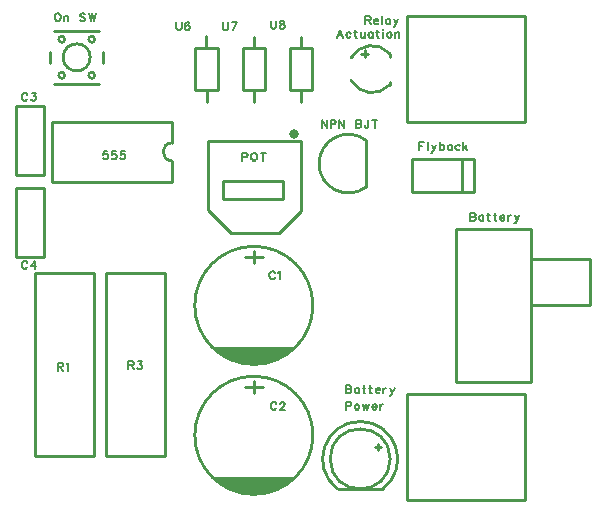
<source format=gto>
G04 Layer: TopSilkscreenLayer*
G04 EasyEDA Pro v2.2.35.2, 2025-01-10 12:29:17*
G04 Gerber Generator version 0.3*
G04 Scale: 100 percent, Rotated: No, Reflected: No*
G04 Dimensions in millimeters*
G04 Leading zeros omitted, absolute positions, 4 integers and 5 decimals*
%FSLAX45Y45*%
%MOMM*%
%ADD10C,0.1524*%
%ADD11C,0.254*%
%ADD12C,0.4*%
G75*


G04 Text Start*
G54D10*
G01X2606802Y2517140D02*
G01X2603754Y2523490D01*
G01X2597404Y2529586D01*
G01X2591308Y2532634D01*
G01X2578862Y2532634D01*
G01X2572766Y2529586D01*
G01X2566416Y2523490D01*
G01X2563368Y2517140D01*
G01X2560320Y2507996D01*
G01X2560320Y2492502D01*
G01X2563368Y2483104D01*
G01X2566416Y2477008D01*
G01X2572766Y2470658D01*
G01X2578862Y2467610D01*
G01X2591308Y2467610D01*
G01X2597404Y2470658D01*
G01X2603754Y2477008D01*
G01X2606802Y2483104D01*
G01X2637028Y2520188D02*
G01X2643124Y2523490D01*
G01X2652268Y2532634D01*
G01X2652268Y2467610D01*
G01X2619502Y1412240D02*
G01X2616454Y1418590D01*
G01X2610104Y1424686D01*
G01X2604008Y1427734D01*
G01X2591562Y1427734D01*
G01X2585466Y1424686D01*
G01X2579116Y1418590D01*
G01X2576068Y1412240D01*
G01X2573020Y1403096D01*
G01X2573020Y1387602D01*
G01X2576068Y1378204D01*
G01X2579116Y1372108D01*
G01X2585466Y1365758D01*
G01X2591562Y1362710D01*
G01X2604008Y1362710D01*
G01X2610104Y1365758D01*
G01X2616454Y1372108D01*
G01X2619502Y1378204D01*
G01X2652776Y1412240D02*
G01X2652776Y1415288D01*
G01X2655824Y1421638D01*
G01X2658872Y1424686D01*
G01X2664968Y1427734D01*
G01X2677414Y1427734D01*
G01X2683764Y1424686D01*
G01X2686812Y1421638D01*
G01X2689860Y1415288D01*
G01X2689860Y1409192D01*
G01X2686812Y1403096D01*
G01X2680462Y1393698D01*
G01X2649728Y1362710D01*
G01X2692908Y1362710D01*
G01X511302Y4028440D02*
G01X508254Y4034790D01*
G01X501904Y4040886D01*
G01X495808Y4043934D01*
G01X483362Y4043934D01*
G01X477266Y4040886D01*
G01X470916Y4034790D01*
G01X467868Y4028440D01*
G01X464820Y4019296D01*
G01X464820Y4003802D01*
G01X467868Y3994404D01*
G01X470916Y3988308D01*
G01X477266Y3981958D01*
G01X483362Y3978910D01*
G01X495808Y3978910D01*
G01X501904Y3981958D01*
G01X508254Y3988308D01*
G01X511302Y3994404D01*
G01X547624Y4043934D02*
G01X581660Y4043934D01*
G01X563118Y4019296D01*
G01X572262Y4019296D01*
G01X578612Y4016248D01*
G01X581660Y4012946D01*
G01X584708Y4003802D01*
G01X584708Y3997452D01*
G01X581660Y3988308D01*
G01X575564Y3981958D01*
G01X566166Y3978910D01*
G01X556768Y3978910D01*
G01X547624Y3981958D01*
G01X544576Y3985260D01*
G01X541528Y3991356D01*
G01X511302Y2606040D02*
G01X508254Y2612390D01*
G01X501904Y2618486D01*
G01X495808Y2621534D01*
G01X483362Y2621534D01*
G01X477266Y2618486D01*
G01X470916Y2612390D01*
G01X467868Y2606040D01*
G01X464820Y2596896D01*
G01X464820Y2581402D01*
G01X467868Y2572004D01*
G01X470916Y2565908D01*
G01X477266Y2559558D01*
G01X483362Y2556510D01*
G01X495808Y2556510D01*
G01X501904Y2559558D01*
G01X508254Y2565908D01*
G01X511302Y2572004D01*
G01X572262Y2621534D02*
G01X541528Y2578354D01*
G01X587756Y2578354D01*
G01X572262Y2621534D02*
G01X572262Y2556510D01*
G01X3830320Y3624834D02*
G01X3830320Y3559810D01*
G01X3830320Y3624834D02*
G01X3870452Y3624834D01*
G01X3830320Y3593846D02*
G01X3855212Y3593846D01*
G01X3900678Y3624834D02*
G01X3900678Y3559810D01*
G01X3933952Y3603244D02*
G01X3952494Y3559810D01*
G01X3971036Y3603244D02*
G01X3952494Y3559810D01*
G01X3946144Y3547618D01*
G01X3940048Y3541268D01*
G01X3933952Y3538220D01*
G01X3930904Y3538220D01*
G01X4001262Y3624834D02*
G01X4001262Y3559810D01*
G01X4001262Y3593846D02*
G01X4007358Y3600196D01*
G01X4013454Y3603244D01*
G01X4022852Y3603244D01*
G01X4028948Y3600196D01*
G01X4035298Y3593846D01*
G01X4038346Y3584702D01*
G01X4038346Y3578352D01*
G01X4035298Y3569208D01*
G01X4028948Y3562858D01*
G01X4022852Y3559810D01*
G01X4013454Y3559810D01*
G01X4007358Y3562858D01*
G01X4001262Y3569208D01*
G01X4105656Y3603244D02*
G01X4105656Y3559810D01*
G01X4105656Y3593846D02*
G01X4099306Y3600196D01*
G01X4093210Y3603244D01*
G01X4083812Y3603244D01*
G01X4077716Y3600196D01*
G01X4071620Y3593846D01*
G01X4068572Y3584702D01*
G01X4068572Y3578352D01*
G01X4071620Y3569208D01*
G01X4077716Y3562858D01*
G01X4083812Y3559810D01*
G01X4093210Y3559810D01*
G01X4099306Y3562858D01*
G01X4105656Y3569208D01*
G01X4172966Y3593846D02*
G01X4166616Y3600196D01*
G01X4160520Y3603244D01*
G01X4151122Y3603244D01*
G01X4145026Y3600196D01*
G01X4138930Y3593846D01*
G01X4135882Y3584702D01*
G01X4135882Y3578352D01*
G01X4138930Y3569208D01*
G01X4145026Y3562858D01*
G01X4151122Y3559810D01*
G01X4160520Y3559810D01*
G01X4166616Y3562858D01*
G01X4172966Y3569208D01*
G01X4203192Y3624834D02*
G01X4203192Y3559810D01*
G01X4233926Y3603244D02*
G01X4203192Y3572256D01*
G01X4215384Y3584702D02*
G01X4237228Y3559810D01*
G01X3208020Y1427734D02*
G01X3208020Y1362710D01*
G01X3208020Y1427734D02*
G01X3235960Y1427734D01*
G01X3245104Y1424686D01*
G01X3248152Y1421638D01*
G01X3251454Y1415288D01*
G01X3251454Y1406144D01*
G01X3248152Y1400048D01*
G01X3245104Y1396746D01*
G01X3235960Y1393698D01*
G01X3208020Y1393698D01*
G01X3296920Y1406144D02*
G01X3290824Y1403096D01*
G01X3284728Y1396746D01*
G01X3281680Y1387602D01*
G01X3281680Y1381252D01*
G01X3284728Y1372108D01*
G01X3290824Y1365758D01*
G01X3296920Y1362710D01*
G01X3306318Y1362710D01*
G01X3312414Y1365758D01*
G01X3318764Y1372108D01*
G01X3321812Y1381252D01*
G01X3321812Y1387602D01*
G01X3318764Y1396746D01*
G01X3312414Y1403096D01*
G01X3306318Y1406144D01*
G01X3296920Y1406144D01*
G01X3352038Y1406144D02*
G01X3364230Y1362710D01*
G01X3376676Y1406144D02*
G01X3364230Y1362710D01*
G01X3376676Y1406144D02*
G01X3389122Y1362710D01*
G01X3401568Y1406144D02*
G01X3389122Y1362710D01*
G01X3431794Y1387602D02*
G01X3468878Y1387602D01*
G01X3468878Y1393698D01*
G01X3465830Y1400048D01*
G01X3462528Y1403096D01*
G01X3456432Y1406144D01*
G01X3447034Y1406144D01*
G01X3440938Y1403096D01*
G01X3434842Y1396746D01*
G01X3431794Y1387602D01*
G01X3431794Y1381252D01*
G01X3434842Y1372108D01*
G01X3440938Y1365758D01*
G01X3447034Y1362710D01*
G01X3456432Y1362710D01*
G01X3462528Y1365758D01*
G01X3468878Y1372108D01*
G01X3499104Y1406144D02*
G01X3499104Y1362710D01*
G01X3499104Y1387602D02*
G01X3502152Y1396746D01*
G01X3508248Y1403096D01*
G01X3514344Y1406144D01*
G01X3523742Y1406144D01*
G01X3156712Y4577334D02*
G01X3131820Y4512310D01*
G01X3156712Y4577334D02*
G01X3181350Y4512310D01*
G01X3141218Y4534154D02*
G01X3171952Y4534154D01*
G01X3248660Y4546346D02*
G01X3242310Y4552696D01*
G01X3236214Y4555744D01*
G01X3226816Y4555744D01*
G01X3220720Y4552696D01*
G01X3214624Y4546346D01*
G01X3211576Y4537202D01*
G01X3211576Y4530852D01*
G01X3214624Y4521708D01*
G01X3220720Y4515358D01*
G01X3226816Y4512310D01*
G01X3236214Y4512310D01*
G01X3242310Y4515358D01*
G01X3248660Y4521708D01*
G01X3288030Y4577334D02*
G01X3288030Y4524756D01*
G01X3291078Y4515358D01*
G01X3297428Y4512310D01*
G01X3303524Y4512310D01*
G01X3278886Y4555744D02*
G01X3300476Y4555744D01*
G01X3333750Y4555744D02*
G01X3333750Y4524756D01*
G01X3336798Y4515358D01*
G01X3342894Y4512310D01*
G01X3352292Y4512310D01*
G01X3358388Y4515358D01*
G01X3367786Y4524756D01*
G01X3367786Y4555744D02*
G01X3367786Y4512310D01*
G01X3435096Y4555744D02*
G01X3435096Y4512310D01*
G01X3435096Y4546346D02*
G01X3428746Y4552696D01*
G01X3422650Y4555744D01*
G01X3413252Y4555744D01*
G01X3407156Y4552696D01*
G01X3401060Y4546346D01*
G01X3398012Y4537202D01*
G01X3398012Y4530852D01*
G01X3401060Y4521708D01*
G01X3407156Y4515358D01*
G01X3413252Y4512310D01*
G01X3422650Y4512310D01*
G01X3428746Y4515358D01*
G01X3435096Y4521708D01*
G01X3474466Y4577334D02*
G01X3474466Y4524756D01*
G01X3477514Y4515358D01*
G01X3483864Y4512310D01*
G01X3489960Y4512310D01*
G01X3465322Y4555744D02*
G01X3486912Y4555744D01*
G01X3520186Y4577334D02*
G01X3523234Y4574286D01*
G01X3526282Y4577334D01*
G01X3523234Y4580382D01*
G01X3520186Y4577334D01*
G01X3523234Y4555744D02*
G01X3523234Y4512310D01*
G01X3571748Y4555744D02*
G01X3565652Y4552696D01*
G01X3559556Y4546346D01*
G01X3556508Y4537202D01*
G01X3556508Y4530852D01*
G01X3559556Y4521708D01*
G01X3565652Y4515358D01*
G01X3571748Y4512310D01*
G01X3581146Y4512310D01*
G01X3587242Y4515358D01*
G01X3593592Y4521708D01*
G01X3596640Y4530852D01*
G01X3596640Y4537202D01*
G01X3593592Y4546346D01*
G01X3587242Y4552696D01*
G01X3581146Y4555744D01*
G01X3571748Y4555744D01*
G01X3626866Y4555744D02*
G01X3626866Y4512310D01*
G01X3626866Y4543298D02*
G01X3636010Y4552696D01*
G01X3642106Y4555744D01*
G01X3651504Y4555744D01*
G01X3657600Y4552696D01*
G01X3660902Y4543298D01*
G01X3660902Y4512310D01*
G01X3004820Y3815334D02*
G01X3004820Y3750310D01*
G01X3004820Y3815334D02*
G01X3048254Y3750310D01*
G01X3048254Y3815334D02*
G01X3048254Y3750310D01*
G01X3078480Y3815334D02*
G01X3078480Y3750310D01*
G01X3078480Y3815334D02*
G01X3106166Y3815334D01*
G01X3115564Y3812286D01*
G01X3118612Y3809238D01*
G01X3121660Y3802888D01*
G01X3121660Y3793744D01*
G01X3118612Y3787648D01*
G01X3115564Y3784346D01*
G01X3106166Y3781298D01*
G01X3078480Y3781298D01*
G01X3151886Y3815334D02*
G01X3151886Y3750310D01*
G01X3151886Y3815334D02*
G01X3195066Y3750310D01*
G01X3195066Y3815334D02*
G01X3195066Y3750310D01*
G01X3294634Y3815334D02*
G01X3294634Y3750310D01*
G01X3294634Y3815334D02*
G01X3322320Y3815334D01*
G01X3331718Y3812286D01*
G01X3334766Y3809238D01*
G01X3337814Y3802888D01*
G01X3337814Y3796792D01*
G01X3334766Y3790696D01*
G01X3331718Y3787648D01*
G01X3322320Y3784346D01*
G01X3294634Y3784346D02*
G01X3322320Y3784346D01*
G01X3331718Y3781298D01*
G01X3334766Y3778250D01*
G01X3337814Y3772154D01*
G01X3337814Y3762756D01*
G01X3334766Y3756660D01*
G01X3331718Y3753358D01*
G01X3322320Y3750310D01*
G01X3294634Y3750310D01*
G01X3398774Y3815334D02*
G01X3398774Y3765804D01*
G01X3395726Y3756660D01*
G01X3392678Y3753358D01*
G01X3386582Y3750310D01*
G01X3380232Y3750310D01*
G01X3374136Y3753358D01*
G01X3371088Y3756660D01*
G01X3368040Y3765804D01*
G01X3368040Y3772154D01*
G01X3450590Y3815334D02*
G01X3450590Y3750310D01*
G01X3429000Y3815334D02*
G01X3472180Y3815334D01*
G01X769620Y1757934D02*
G01X769620Y1692910D01*
G01X769620Y1757934D02*
G01X797560Y1757934D01*
G01X806704Y1754886D01*
G01X809752Y1751838D01*
G01X813054Y1745488D01*
G01X813054Y1739392D01*
G01X809752Y1733296D01*
G01X806704Y1730248D01*
G01X797560Y1726946D01*
G01X769620Y1726946D01*
G01X791210Y1726946D02*
G01X813054Y1692910D01*
G01X843280Y1745488D02*
G01X849376Y1748790D01*
G01X858520Y1757934D01*
G01X858520Y1692910D01*
G01X1366520Y1770634D02*
G01X1366520Y1705610D01*
G01X1366520Y1770634D02*
G01X1394460Y1770634D01*
G01X1403604Y1767586D01*
G01X1406652Y1764538D01*
G01X1409954Y1758188D01*
G01X1409954Y1752092D01*
G01X1406652Y1745996D01*
G01X1403604Y1742948D01*
G01X1394460Y1739646D01*
G01X1366520Y1739646D01*
G01X1388110Y1739646D02*
G01X1409954Y1705610D01*
G01X1446276Y1770634D02*
G01X1480312Y1770634D01*
G01X1461770Y1745996D01*
G01X1470914Y1745996D01*
G01X1477264Y1742948D01*
G01X1480312Y1739646D01*
G01X1483360Y1730502D01*
G01X1483360Y1724152D01*
G01X1480312Y1715008D01*
G01X1474216Y1708658D01*
G01X1464818Y1705610D01*
G01X1455420Y1705610D01*
G01X1446276Y1708658D01*
G01X1443228Y1711960D01*
G01X1440180Y1718056D01*
G01X4262120Y3027934D02*
G01X4262120Y2962910D01*
G01X4262120Y3027934D02*
G01X4290060Y3027934D01*
G01X4299204Y3024886D01*
G01X4302252Y3021838D01*
G01X4305554Y3015488D01*
G01X4305554Y3009392D01*
G01X4302252Y3003296D01*
G01X4299204Y3000248D01*
G01X4290060Y2996946D01*
G01X4262120Y2996946D02*
G01X4290060Y2996946D01*
G01X4299204Y2993898D01*
G01X4302252Y2990850D01*
G01X4305554Y2984754D01*
G01X4305554Y2975356D01*
G01X4302252Y2969260D01*
G01X4299204Y2965958D01*
G01X4290060Y2962910D01*
G01X4262120Y2962910D01*
G01X4372864Y3006344D02*
G01X4372864Y2962910D01*
G01X4372864Y2996946D02*
G01X4366514Y3003296D01*
G01X4360418Y3006344D01*
G01X4351020Y3006344D01*
G01X4344924Y3003296D01*
G01X4338828Y2996946D01*
G01X4335780Y2987802D01*
G01X4335780Y2981452D01*
G01X4338828Y2972308D01*
G01X4344924Y2965958D01*
G01X4351020Y2962910D01*
G01X4360418Y2962910D01*
G01X4366514Y2965958D01*
G01X4372864Y2972308D01*
G01X4412234Y3027934D02*
G01X4412234Y2975356D01*
G01X4415282Y2965958D01*
G01X4421632Y2962910D01*
G01X4427728Y2962910D01*
G01X4403090Y3006344D02*
G01X4424680Y3006344D01*
G01X4467098Y3027934D02*
G01X4467098Y2975356D01*
G01X4470146Y2965958D01*
G01X4476496Y2962910D01*
G01X4482592Y2962910D01*
G01X4457954Y3006344D02*
G01X4479544Y3006344D01*
G01X4512818Y2987802D02*
G01X4549902Y2987802D01*
G01X4549902Y2993898D01*
G01X4546854Y3000248D01*
G01X4543552Y3003296D01*
G01X4537456Y3006344D01*
G01X4528058Y3006344D01*
G01X4521962Y3003296D01*
G01X4515866Y2996946D01*
G01X4512818Y2987802D01*
G01X4512818Y2981452D01*
G01X4515866Y2972308D01*
G01X4521962Y2965958D01*
G01X4528058Y2962910D01*
G01X4537456Y2962910D01*
G01X4543552Y2965958D01*
G01X4549902Y2972308D01*
G01X4580128Y3006344D02*
G01X4580128Y2962910D01*
G01X4580128Y2987802D02*
G01X4583176Y2996946D01*
G01X4589272Y3003296D01*
G01X4595368Y3006344D01*
G01X4604766Y3006344D01*
G01X4638040Y3006344D02*
G01X4656582Y2962910D01*
G01X4675124Y3006344D02*
G01X4656582Y2962910D01*
G01X4650232Y2950718D01*
G01X4644136Y2944368D01*
G01X4638040Y2941320D01*
G01X4634992Y2941320D01*
G01X762762Y4717034D02*
G01X756666Y4713986D01*
G01X750316Y4707890D01*
G01X747268Y4701540D01*
G01X744220Y4692396D01*
G01X744220Y4676902D01*
G01X747268Y4667504D01*
G01X750316Y4661408D01*
G01X756666Y4655058D01*
G01X762762Y4652010D01*
G01X775208Y4652010D01*
G01X781304Y4655058D01*
G01X787654Y4661408D01*
G01X790702Y4667504D01*
G01X793750Y4676902D01*
G01X793750Y4692396D01*
G01X790702Y4701540D01*
G01X787654Y4707890D01*
G01X781304Y4713986D01*
G01X775208Y4717034D01*
G01X762762Y4717034D01*
G01X823976Y4695444D02*
G01X823976Y4652010D01*
G01X823976Y4682998D02*
G01X833120Y4692396D01*
G01X839216Y4695444D01*
G01X848614Y4695444D01*
G01X854710Y4692396D01*
G01X858012Y4682998D01*
G01X858012Y4652010D01*
G01X1000760Y4707890D02*
G01X994664Y4713986D01*
G01X985266Y4717034D01*
G01X972820Y4717034D01*
G01X963676Y4713986D01*
G01X957580Y4707890D01*
G01X957580Y4701540D01*
G01X960628Y4695444D01*
G01X963676Y4692396D01*
G01X969772Y4689348D01*
G01X988314Y4682998D01*
G01X994664Y4679950D01*
G01X997712Y4676902D01*
G01X1000760Y4670552D01*
G01X1000760Y4661408D01*
G01X994664Y4655058D01*
G01X985266Y4652010D01*
G01X972820Y4652010D01*
G01X963676Y4655058D01*
G01X957580Y4661408D01*
G01X1030986Y4717034D02*
G01X1046226Y4652010D01*
G01X1061720Y4717034D02*
G01X1046226Y4652010D01*
G01X1061720Y4717034D02*
G01X1077214Y4652010D01*
G01X1092708Y4717034D02*
G01X1077214Y4652010D01*
G01X1187704Y3548634D02*
G01X1156716Y3548634D01*
G01X1153668Y3520948D01*
G01X1156716Y3523996D01*
G01X1166114Y3527044D01*
G01X1175512Y3527044D01*
G01X1184656Y3523996D01*
G01X1190752Y3517646D01*
G01X1194054Y3508502D01*
G01X1194054Y3502152D01*
G01X1190752Y3493008D01*
G01X1184656Y3486658D01*
G01X1175512Y3483610D01*
G01X1166114Y3483610D01*
G01X1156716Y3486658D01*
G01X1153668Y3489960D01*
G01X1150620Y3496056D01*
G01X1261364Y3548634D02*
G01X1230376Y3548634D01*
G01X1227328Y3520948D01*
G01X1230376Y3523996D01*
G01X1239520Y3527044D01*
G01X1248918Y3527044D01*
G01X1258316Y3523996D01*
G01X1264412Y3517646D01*
G01X1267460Y3508502D01*
G01X1267460Y3502152D01*
G01X1264412Y3493008D01*
G01X1258316Y3486658D01*
G01X1248918Y3483610D01*
G01X1239520Y3483610D01*
G01X1230376Y3486658D01*
G01X1227328Y3489960D01*
G01X1224280Y3496056D01*
G01X1334770Y3548634D02*
G01X1303782Y3548634D01*
G01X1300734Y3520948D01*
G01X1303782Y3523996D01*
G01X1312926Y3527044D01*
G01X1322324Y3527044D01*
G01X1331722Y3523996D01*
G01X1337818Y3517646D01*
G01X1340866Y3508502D01*
G01X1340866Y3502152D01*
G01X1337818Y3493008D01*
G01X1331722Y3486658D01*
G01X1322324Y3483610D01*
G01X1312926Y3483610D01*
G01X1303782Y3486658D01*
G01X1300734Y3489960D01*
G01X1297686Y3496056D01*
G01X3208020Y1567434D02*
G01X3208020Y1502410D01*
G01X3208020Y1567434D02*
G01X3235960Y1567434D01*
G01X3245104Y1564386D01*
G01X3248152Y1561338D01*
G01X3251454Y1554988D01*
G01X3251454Y1548892D01*
G01X3248152Y1542796D01*
G01X3245104Y1539748D01*
G01X3235960Y1536446D01*
G01X3208020Y1536446D02*
G01X3235960Y1536446D01*
G01X3245104Y1533398D01*
G01X3248152Y1530350D01*
G01X3251454Y1524254D01*
G01X3251454Y1514856D01*
G01X3248152Y1508760D01*
G01X3245104Y1505458D01*
G01X3235960Y1502410D01*
G01X3208020Y1502410D01*
G01X3318764Y1545844D02*
G01X3318764Y1502410D01*
G01X3318764Y1536446D02*
G01X3312414Y1542796D01*
G01X3306318Y1545844D01*
G01X3296920Y1545844D01*
G01X3290824Y1542796D01*
G01X3284728Y1536446D01*
G01X3281680Y1527302D01*
G01X3281680Y1520952D01*
G01X3284728Y1511808D01*
G01X3290824Y1505458D01*
G01X3296920Y1502410D01*
G01X3306318Y1502410D01*
G01X3312414Y1505458D01*
G01X3318764Y1511808D01*
G01X3358134Y1567434D02*
G01X3358134Y1514856D01*
G01X3361182Y1505458D01*
G01X3367532Y1502410D01*
G01X3373628Y1502410D01*
G01X3348990Y1545844D02*
G01X3370580Y1545844D01*
G01X3412998Y1567434D02*
G01X3412998Y1514856D01*
G01X3416046Y1505458D01*
G01X3422396Y1502410D01*
G01X3428492Y1502410D01*
G01X3403854Y1545844D02*
G01X3425444Y1545844D01*
G01X3458718Y1527302D02*
G01X3495802Y1527302D01*
G01X3495802Y1533398D01*
G01X3492754Y1539748D01*
G01X3489452Y1542796D01*
G01X3483356Y1545844D01*
G01X3473958Y1545844D01*
G01X3467862Y1542796D01*
G01X3461766Y1536446D01*
G01X3458718Y1527302D01*
G01X3458718Y1520952D01*
G01X3461766Y1511808D01*
G01X3467862Y1505458D01*
G01X3473958Y1502410D01*
G01X3483356Y1502410D01*
G01X3489452Y1505458D01*
G01X3495802Y1511808D01*
G01X3526028Y1545844D02*
G01X3526028Y1502410D01*
G01X3526028Y1527302D02*
G01X3529076Y1536446D01*
G01X3535172Y1542796D01*
G01X3541268Y1545844D01*
G01X3550666Y1545844D01*
G01X3583940Y1545844D02*
G01X3602482Y1502410D01*
G01X3621024Y1545844D02*
G01X3602482Y1502410D01*
G01X3596132Y1490218D01*
G01X3590036Y1483868D01*
G01X3583940Y1480820D01*
G01X3580892Y1480820D01*
G01X3373120Y4691634D02*
G01X3373120Y4626610D01*
G01X3373120Y4691634D02*
G01X3401060Y4691634D01*
G01X3410204Y4688586D01*
G01X3413252Y4685538D01*
G01X3416554Y4679188D01*
G01X3416554Y4673092D01*
G01X3413252Y4666996D01*
G01X3410204Y4663948D01*
G01X3401060Y4660646D01*
G01X3373120Y4660646D01*
G01X3394710Y4660646D02*
G01X3416554Y4626610D01*
G01X3446780Y4651502D02*
G01X3483864Y4651502D01*
G01X3483864Y4657598D01*
G01X3480816Y4663948D01*
G01X3477514Y4666996D01*
G01X3471418Y4670044D01*
G01X3462020Y4670044D01*
G01X3455924Y4666996D01*
G01X3449828Y4660646D01*
G01X3446780Y4651502D01*
G01X3446780Y4645152D01*
G01X3449828Y4636008D01*
G01X3455924Y4629658D01*
G01X3462020Y4626610D01*
G01X3471418Y4626610D01*
G01X3477514Y4629658D01*
G01X3483864Y4636008D01*
G01X3514090Y4691634D02*
G01X3514090Y4626610D01*
G01X3581400Y4670044D02*
G01X3581400Y4626610D01*
G01X3581400Y4660646D02*
G01X3575050Y4666996D01*
G01X3568954Y4670044D01*
G01X3559556Y4670044D01*
G01X3553460Y4666996D01*
G01X3547364Y4660646D01*
G01X3544316Y4651502D01*
G01X3544316Y4645152D01*
G01X3547364Y4636008D01*
G01X3553460Y4629658D01*
G01X3559556Y4626610D01*
G01X3568954Y4626610D01*
G01X3575050Y4629658D01*
G01X3581400Y4636008D01*
G01X3614674Y4670044D02*
G01X3633216Y4626610D01*
G01X3651758Y4670044D02*
G01X3633216Y4626610D01*
G01X3626866Y4614418D01*
G01X3620770Y4608068D01*
G01X3614674Y4605020D01*
G01X3611626Y4605020D01*
G01X2331720Y3535934D02*
G01X2331720Y3470910D01*
G01X2331720Y3535934D02*
G01X2359660Y3535934D01*
G01X2368804Y3532886D01*
G01X2371852Y3529838D01*
G01X2375154Y3523488D01*
G01X2375154Y3514344D01*
G01X2371852Y3508248D01*
G01X2368804Y3504946D01*
G01X2359660Y3501898D01*
G01X2331720Y3501898D01*
G01X2423922Y3535934D02*
G01X2417572Y3532886D01*
G01X2411476Y3526790D01*
G01X2408428Y3520440D01*
G01X2405380Y3511296D01*
G01X2405380Y3495802D01*
G01X2408428Y3486404D01*
G01X2411476Y3480308D01*
G01X2417572Y3473958D01*
G01X2423922Y3470910D01*
G01X2436114Y3470910D01*
G01X2442464Y3473958D01*
G01X2448560Y3480308D01*
G01X2451608Y3486404D01*
G01X2454910Y3495802D01*
G01X2454910Y3511296D01*
G01X2451608Y3520440D01*
G01X2448560Y3526790D01*
G01X2442464Y3532886D01*
G01X2436114Y3535934D01*
G01X2423922Y3535934D01*
G01X2506726Y3535934D02*
G01X2506726Y3470910D01*
G01X2485136Y3535934D02*
G01X2528316Y3535934D01*
G01X1772920Y4640834D02*
G01X1772920Y4594352D01*
G01X1775968Y4585208D01*
G01X1782318Y4578858D01*
G01X1791462Y4575810D01*
G01X1797812Y4575810D01*
G01X1806956Y4578858D01*
G01X1813052Y4585208D01*
G01X1816354Y4594352D01*
G01X1816354Y4640834D01*
G01X1883664Y4631690D02*
G01X1880616Y4637786D01*
G01X1871218Y4640834D01*
G01X1865122Y4640834D01*
G01X1855724Y4637786D01*
G01X1849628Y4628388D01*
G01X1846580Y4613148D01*
G01X1846580Y4597654D01*
G01X1849628Y4585208D01*
G01X1855724Y4578858D01*
G01X1865122Y4575810D01*
G01X1868170Y4575810D01*
G01X1877314Y4578858D01*
G01X1883664Y4585208D01*
G01X1886712Y4594352D01*
G01X1886712Y4597654D01*
G01X1883664Y4606798D01*
G01X1877314Y4613148D01*
G01X1868170Y4616196D01*
G01X1865122Y4616196D01*
G01X1855724Y4613148D01*
G01X1849628Y4606798D01*
G01X1846580Y4597654D01*
G01X2166620Y4640834D02*
G01X2166620Y4594352D01*
G01X2169668Y4585208D01*
G01X2176018Y4578858D01*
G01X2185162Y4575810D01*
G01X2191512Y4575810D01*
G01X2200656Y4578858D01*
G01X2206752Y4585208D01*
G01X2210054Y4594352D01*
G01X2210054Y4640834D01*
G01X2283460Y4640834D02*
G01X2252472Y4575810D01*
G01X2240280Y4640834D02*
G01X2283460Y4640834D01*
G01X2573020Y4653534D02*
G01X2573020Y4607052D01*
G01X2576068Y4597908D01*
G01X2582418Y4591558D01*
G01X2591562Y4588510D01*
G01X2597912Y4588510D01*
G01X2607056Y4591558D01*
G01X2613152Y4597908D01*
G01X2616454Y4607052D01*
G01X2616454Y4653534D01*
G01X2661920Y4653534D02*
G01X2652776Y4650486D01*
G01X2649728Y4644390D01*
G01X2649728Y4638040D01*
G01X2652776Y4631944D01*
G01X2658872Y4628896D01*
G01X2671318Y4625848D01*
G01X2680716Y4622546D01*
G01X2686812Y4616450D01*
G01X2689860Y4610354D01*
G01X2689860Y4600956D01*
G01X2686812Y4594860D01*
G01X2683764Y4591558D01*
G01X2674366Y4588510D01*
G01X2661920Y4588510D01*
G01X2652776Y4591558D01*
G01X2649728Y4594860D01*
G01X2646680Y4600956D01*
G01X2646680Y4610354D01*
G01X2649728Y4616450D01*
G01X2655824Y4622546D01*
G01X2665222Y4625848D01*
G01X2677414Y4628896D01*
G01X2683764Y4631944D01*
G01X2686812Y4638040D01*
G01X2686812Y4644390D01*
G01X2683764Y4650486D01*
G01X2674366Y4653534D01*
G01X2661920Y4653534D01*
G04 Text End*

G04 PolygonModel Start*
G54D11*
G01X2428600Y2701700D02*
G01X2428600Y2600100D01*
G01X2504800Y2650900D02*
G01X2352400Y2650900D01*
G36*
G01X2784200Y1888900D02*
G01X2073000Y1888900D01*
G01X2174600Y1812700D01*
G01X2327000Y1761900D01*
G01X2479400Y1736500D01*
G01X2581000Y1761900D01*
G01X2784200Y1888900D01*
G37*
G01X2428600Y1601700D02*
G01X2428600Y1500100D01*
G01X2504800Y1550900D02*
G01X2352400Y1550900D01*
G36*
G01X2784200Y788900D02*
G01X2073000Y788900D01*
G01X2174600Y712700D01*
G01X2327000Y661900D01*
G01X2479400Y636500D01*
G01X2581000Y661900D01*
G01X2784200Y788900D01*
G37*
G01X414300Y3352400D02*
G01X655600Y3352400D01*
G01X655600Y3352400D02*
G01X655600Y3936600D01*
G01X655600Y3936600D02*
G01X414300Y3936600D01*
G01X414300Y3936600D02*
G01X414300Y3352400D01*
G01X414300Y2652400D02*
G01X655600Y2652400D01*
G01X655600Y2652400D02*
G01X655600Y3236600D01*
G01X655600Y3236600D02*
G01X414300Y3236600D01*
G01X414300Y3236600D02*
G01X414300Y2652400D01*
G01X4288600Y3204500D02*
G01X3768601Y3204500D01*
G01X3768601Y3204500D02*
G01X3768601Y3484500D01*
G01X4288600Y3484500D02*
G01X3768601Y3484500D01*
G01X4288600Y3204500D02*
G01X4288600Y3484500D01*
G01X4192674Y3204500D02*
G01X4192674Y3484500D01*
G01X3138100Y690500D02*
G01X3519100Y690500D01*
G01X3481000Y1071500D02*
G01X3481000Y1020700D01*
G01X3506400Y1046100D02*
G01X3455600Y1046100D01*
G01X3138100Y690501D02*
G02X3519100Y690501I190500J254000D01*
G01X3578600Y4112209D02*
G01X3578600Y4139435D01*
G01X3578600Y4349565D02*
G01X3578600Y4376791D01*
G01X3338600Y4374500D02*
G01X3398600Y4374500D01*
G01X3368600Y4404500D02*
G01X3368600Y4344500D01*
G01X3253160Y4148478D02*
G03X3578600Y4112212I175441J96022D01*
G01X3578600Y4376788D02*
G03X3253160Y4340522I-149999J-132288D01*
G01X3378587Y3642491D02*
G01X3378587Y3246510D01*
G01X3378714Y3642620D02*
G03X3378714Y3246380I-149840J-198120D01*
G01X578601Y969503D02*
G01X1078600Y969500D01*
G01X578601Y969503D02*
G01X578601Y2519454D01*
G01X578601Y2519454D02*
G01X1078600Y2519454D01*
G01X1078600Y969500D02*
G01X1078600Y2519454D01*
G01X1178600Y969503D02*
G01X1678599Y969500D01*
G01X1178600Y969503D02*
G01X1178600Y2519454D01*
G01X1178600Y2519454D02*
G01X1678599Y2519454D01*
G01X1678599Y969500D02*
G01X1678599Y2519454D01*
G01X4786599Y2634499D02*
G01X5273596Y2634499D01*
G01X5273596Y2634499D02*
G01X5273596Y2244500D01*
G01X5273596Y2244500D02*
G01X4773597Y2244500D01*
G01X4773597Y2891999D02*
G01X4143598Y2891999D01*
G01X4143598Y2891999D02*
G01X4143598Y1597001D01*
G01X4143598Y1597001D02*
G01X4773597Y1597001D01*
G01X4773597Y1597001D02*
G01X4773597Y2890999D01*
G01X1153593Y4393225D02*
G01X1153593Y4295775D01*
G01X1118986Y4119507D02*
G01X738214Y4119507D01*
G01X1118986Y4569493D02*
G01X738214Y4569493D01*
G01X703607Y4295775D02*
G01X703607Y4393225D01*
G01X1736600Y3797563D02*
G01X720600Y3797563D01*
G01X1736600Y3291137D02*
G01X720600Y3291137D01*
G01X720600Y3797563D02*
G01X720600Y3291137D01*
G01X1736600Y3797563D02*
G01X1736600Y3620700D01*
G01X1736600Y3468300D02*
G01X1736600Y3291137D01*
G01X1736600Y3468300D02*
G02X1736600Y3620700I0J76200D01*
G01X4728599Y594501D02*
G01X4728599Y1494497D01*
G01X3728601Y594501D02*
G01X3728601Y1494497D01*
G01X4728599Y1494497D02*
G01X3728601Y1494497D01*
G01X4728599Y594501D02*
G01X3728601Y594501D01*
G01X3728601Y4694499D02*
G01X3728601Y3794503D01*
G01X4728599Y4694499D02*
G01X4728599Y3794503D01*
G01X3728601Y3794503D02*
G01X4728599Y3794503D01*
G01X3728601Y4694499D02*
G01X4728599Y4694499D01*
G01X2038545Y3504431D02*
G01X2038545Y3634428D01*
G01X2038545Y3634428D02*
G01X2828536Y3634428D01*
G01X2828536Y3634428D02*
G01X2828536Y3044462D01*
G01X2828536Y3044462D02*
G01X2638518Y2854445D01*
G01X2638518Y2854445D02*
G01X2238519Y2854445D01*
G01X2238519Y2854445D02*
G01X2038545Y3054419D01*
G01X2038545Y3054419D02*
G01X2038545Y3504431D01*
G01X2678523Y3144437D02*
G01X2168542Y3144437D01*
G01X2168542Y3144437D02*
G01X2168542Y3294449D01*
G01X2168542Y3294449D02*
G01X2678523Y3294449D01*
G01X2678523Y3294449D02*
G01X2678523Y3144437D01*
G01X2028605Y4069499D02*
G01X2028605Y3968814D01*
G01X2027663Y4419501D02*
G01X2027663Y4523900D01*
G01X2123601Y4419501D02*
G01X2123601Y4069499D01*
G01X1933599Y4069499D02*
G01X2123601Y4069499D01*
G01X1933599Y4419501D02*
G01X2123601Y4419501D01*
G01X1933599Y4419501D02*
G01X1933599Y4069499D01*
G01X2428595Y4419501D02*
G01X2428595Y4520187D01*
G01X2429537Y4069499D02*
G01X2429537Y3965100D01*
G01X2333599Y4069499D02*
G01X2333599Y4419501D01*
G01X2523601Y4419501D02*
G01X2333599Y4419501D01*
G01X2523601Y4069499D02*
G01X2333599Y4069499D01*
G01X2523601Y4069499D02*
G01X2523601Y4419501D01*
G01X2828595Y4419501D02*
G01X2828595Y4520187D01*
G01X2829537Y4069499D02*
G01X2829537Y3965100D01*
G01X2733599Y4069499D02*
G01X2733599Y4419501D01*
G01X2923601Y4419501D02*
G01X2733599Y4419501D01*
G01X2923601Y4069499D02*
G01X2733599Y4069499D01*
G01X2923601Y4069499D02*
G01X2923601Y4419501D01*

G04 Circle Start*
G01X1928601Y2244500D02*
G03X2928599Y2244500I499999J0D01*
G03X1928601Y2244500I-499999J0D01*
G01X1928601Y1144500D02*
G03X2928599Y1144500I499999J0D01*
G03X1928601Y1144500I-499999J0D01*
G01X3074600Y944500D02*
G03X3582600Y944500I254000J0D01*
G03X3074600Y944500I-254000J0D01*
G01X776200Y4496900D02*
G03X827000Y4496900I25400J0D01*
G03X776200Y4496900I-25400J0D01*
G01X1030200Y4496900D02*
G03X1081000Y4496900I25400J0D01*
G03X1030200Y4496900I-25400J0D01*
G01X776200Y4192100D02*
G03X827000Y4192100I25400J0D01*
G03X776200Y4192100I-25400J0D01*
G01X1030200Y4192100D02*
G03X1081000Y4192100I25400J0D01*
G03X1030200Y4192100I-25400J0D01*
G01X814300Y4344500D02*
G03X1042900Y4344500I114300J0D01*
G03X814300Y4344500I-114300J0D01*
G54D12*
G01X2748551Y3694499D02*
G03X2788531Y3694499I19990J0D01*
G03X2748551Y3694499I-19990J0D01*
G04 Circle End*

M02*


</source>
